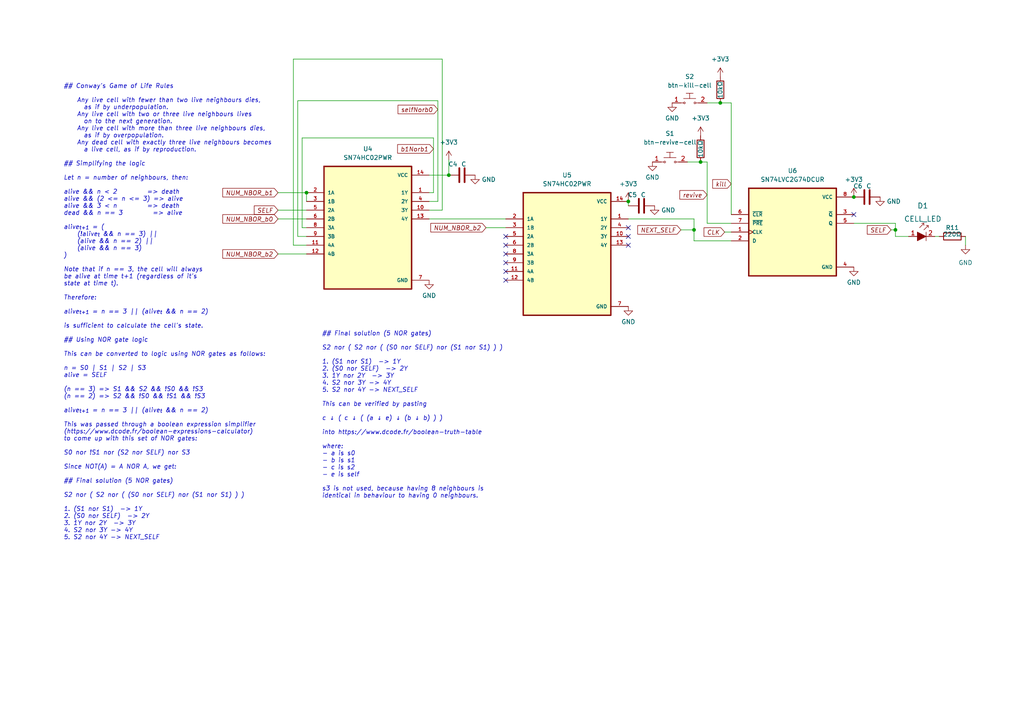
<source format=kicad_sch>
(kicad_sch (version 20211123) (generator eeschema)
  (paper "A4")
  (lib_symbols
    (symbol "Device:C" (pin_numbers hide) (pin_names (offset 0.254))
      (property "Reference" "C" (at 0.635 2.54 0))
      (property "Value" "C" (at 0.635 -2.54 0))
      (symbol "C_0_1"
        (polyline (pts (xy -2.032 -0.762) (xy 2.032 -0.762)) (stroke (width 0.508)))
        (polyline (pts (xy -2.032 0.762) (xy 2.032 0.762)) (stroke (width 0.508)))
      )
      (symbol "C_1_1"
        (pin passive line (at 0 3.81 270) (length 2.794) (name "~") (number "1"))
        (pin passive line (at 0 -3.81 90) (length 2.794) (name "~") (number "2"))
      )
    )
    (symbol "Device:R" (pin_numbers hide) (pin_names (offset 0))
      (property "Reference" "R" (at 2.032 0 90))
      (property "Value" "R" (at 0 0 90))
      (symbol "R_0_1"
        (rectangle (start -1.016 -2.54) (end 1.016 2.54) (stroke (width 0.254)))
      )
      (symbol "R_1_1"
        (pin passive line (at 0 3.81 270) (length 1.27) (name "~") (number "1"))
        (pin passive line (at 0 -3.81 90) (length 1.27) (name "~") (number "2"))
      )
    )
    (symbol "SN74HC02PWR_NOR_4CH_2-INP:SN74HC02PWR" (pin_names (offset 1.016))
      (property "Reference" "U" (at -12.7 18.78 0))
      (property "Value" "SN74HC02PWR" (at -12.7 -21.78 0))
      (symbol "SN74HC02PWR_0_0"
        (rectangle (start -12.7 -17.78) (end 12.7 17.78) (stroke (width 0.41)) (fill (type background)))
        (pin output line (at 17.78 10.16 180) (length 5.08) (name "1Y") (number "1"))
        (pin output line (at 17.78 5.08 180) (length 5.08) (name "3Y") (number "10"))
        (pin input line (at -17.78 -5.08 0) (length 5.08) (name "4A") (number "11"))
        (pin input line (at -17.78 -7.62 0) (length 5.08) (name "4B") (number "12"))
        (pin output line (at 17.78 2.54 180) (length 5.08) (name "4Y") (number "13"))
        (pin power_in line (at 17.78 15.24 180) (length 5.08) (name "VCC") (number "14"))
        (pin input line (at -17.78 10.16 0) (length 5.08) (name "1A") (number "2"))
        (pin input line (at -17.78 7.62 0) (length 5.08) (name "1B") (number "3"))
        (pin output line (at 17.78 7.62 180) (length 5.08) (name "2Y") (number "4"))
        (pin input line (at -17.78 5.08 0) (length 5.08) (name "2A") (number "5"))
        (pin input line (at -17.78 2.54 0) (length 5.08) (name "2B") (number "6"))
        (pin power_in line (at 17.78 -15.24 180) (length 5.08) (name "GND") (number "7"))
        (pin input line (at -17.78 0 0) (length 5.08) (name "3A") (number "8"))
        (pin input line (at -17.78 -2.54 0) (length 5.08) (name "3B") (number "9"))
      )
    )
    (symbol "SN74LVC2G74DCUR_d-flip-flop:SN74LVC2G74DCUR" (pin_names (offset 1.016))
      (property "Reference" "U" (at -12.7 13.7 0))
      (property "Value" "SN74LVC2G74DCUR" (at -12.7 -16.7 0))
      (symbol "SN74LVC2G74DCUR_0_0"
        (rectangle (start -12.7 -12.7) (end 12.7 12.7) (stroke (width 0.41)) (fill (type background)))
        (pin input clock (at -17.78 0 0) (length 5.08) (name "CLK") (number "1"))
        (pin input line (at -17.78 -2.54 0) (length 5.08) (name "D") (number "2"))
        (pin output line (at 17.78 5.08 180) (length 5.08) (name "~{Q}") (number "3"))
        (pin power_in line (at 17.78 -10.16 180) (length 5.08) (name "GND") (number "4"))
        (pin output line (at 17.78 2.54 180) (length 5.08) (name "Q") (number "5"))
        (pin input line (at -17.78 5.08 0) (length 5.08) (name "~{CLR}") (number "6"))
        (pin input line (at -17.78 2.54 0) (length 5.08) (name "~{PRE}") (number "7"))
        (pin power_in line (at 17.78 10.16 180) (length 5.08) (name "VCC") (number "8"))
      )
    )
    (symbol "dk_LED-Indication-Discrete:LTST-C171KRKT" (pin_names (offset 0))
      (property "Reference" "D" (at -3.81 2.54 0))
      (property "Value" "LTST-C171KRKT" (at -1.27 -3.81 0))
      (symbol "LTST-C171KRKT_0_1"
        (polyline (pts (xy -0.635 3.81) (xy -1.905 2.54)))
        (polyline (pts (xy 0 1.27) (xy 0 -1.27)))
        (polyline (pts (xy 0.635 3.175) (xy -0.635 1.905)))
        (polyline (pts (xy -1.27 3.81) (xy -0.635 3.81) (xy -0.635 3.175)))
        (polyline (pts (xy 0 3.175) (xy 0.635 3.175) (xy 0.635 2.54)))
        (polyline (pts (xy -2.54 1.27) (xy -2.54 -1.27) (xy 0 0) (xy -2.54 1.27)) (fill (type outline)))
      )
      (symbol "LTST-C171KRKT_1_1"
        (pin passive line (at -5.08 0 0) (length 2.54) (name "~") (number "1"))
        (pin passive line (at 2.54 0 180) (length 2.54) (name "~") (number "2"))
      )
    )
    (symbol "dk_Pushbutton-Switches:GPTS203211B" (pin_names (offset 1.016))
      (property "Reference" "S" (at -3.81 3.81 0))
      (property "Value" "GPTS203211B" (at 0 -2.54 0))
      (symbol "GPTS203211B_0_1"
        (circle (center -1.524 0) (radius 0.254))
        (polyline (pts (xy -2.54 0) (xy -1.778 0)))
        (polyline (pts (xy -1.778 1.27) (xy 1.778 1.27)))
        (polyline (pts (xy -1.016 2.794) (xy 1.016 2.794)))
        (polyline (pts (xy 0 1.27) (xy 0 2.794)))
        (polyline (pts (xy 2.54 0) (xy 1.778 0)))
        (circle (center 1.524 0) (radius 0.254))
      )
      (symbol "GPTS203211B_1_1"
        (pin passive line (at -5.08 0 0) (length 2.54) (name "~") (number "1"))
        (pin passive line (at 5.08 0 180) (length 2.54) (name "~") (number "2"))
      )
    )
    (symbol "power:+3.3V" (power) (pin_names (offset 0))
      (property "Value" "+3.3V" (at 0 3.556 0))
      (symbol "+3.3V_0_1"
        (polyline (pts (xy -0.762 1.27) (xy 0 2.54)))
        (polyline (pts (xy 0 0) (xy 0 2.54)))
        (polyline (pts (xy 0 2.54) (xy 0.762 1.27)))
      )
      (symbol "+3.3V_1_1"
        (pin power_in line (at 0 0 90) (length 0) hide (name "+3V3") (number "1"))
      )
    )
    (symbol "power:GND" (power) (pin_names (offset 0))
      (property "Value" "GND" (at 0 -3.81 0))
      (symbol "GND_0_1"
        (polyline (pts (xy 0 0) (xy 0 -1.27) (xy 1.27 -1.27) (xy 0 -2.54) (xy -1.27 -1.27) (xy 0 -1.27)))
      )
      (symbol "GND_1_1"
        (pin power_in line (at 0 0 270) (length 0) hide (name "GND") (number "1"))
      )
    )
  )
  (junction (at 130.175 50.8))
  (junction (at 259.715 66.675))
  (junction (at 247.65 57.15))
  (junction (at 208.915 29.845))
  (junction (at 88.9 55.88))
  (junction (at 203.2 46.99))
  (junction (at 182.245 58.42))
  (junction (at 201.295 66.675))
  (no_connect (at 182.245 71.12))
  (no_connect (at 146.685 71.12))
  (no_connect (at 182.245 68.58))
  (no_connect (at 146.685 73.66))
  (no_connect (at 182.245 66.04))
  (no_connect (at 247.65 62.23))
  (no_connect (at 146.685 68.58))
  (no_connect (at 146.685 81.28))
  (no_connect (at 146.685 76.2))
  (no_connect (at 146.685 78.74))
  (wire (pts (xy 127 29.21) (xy 127 58.42)))
  (wire (pts (xy 85.09 71.12) (xy 88.9 71.12)))
  (wire (pts (xy 127 58.42) (xy 124.46 58.42)))
  (wire (pts (xy 263.525 68.58) (xy 259.715 68.58)))
  (wire (pts (xy 258.445 66.675) (xy 259.715 66.675)))
  (wire (pts (xy 124.46 60.96) (xy 128.27 60.96)))
  (wire (pts (xy 205.105 46.99) (xy 205.105 64.77)))
  (wire (pts (xy 182.245 63.5) (xy 201.295 63.5)))
  (wire (pts (xy 87.63 40.005) (xy 87.63 66.04)))
  (wire (pts (xy 88.9 68.58) (xy 86.36 68.58)))
  (wire (pts (xy 86.36 68.58) (xy 86.36 29.21)))
  (wire (pts (xy 125.73 55.88) (xy 125.73 40.005)))
  (wire (pts (xy 212.09 64.77) (xy 205.105 64.77)))
  (wire (pts (xy 80.645 73.66) (xy 88.9 73.66)))
  (wire (pts (xy 259.715 64.77) (xy 259.715 66.675)))
  (wire (pts (xy 212.09 67.31) (xy 210.185 67.31)))
  (wire (pts (xy 247.65 64.77) (xy 259.715 64.77)))
  (wire (pts (xy 205.105 46.99) (xy 203.2 46.99)))
  (wire (pts (xy 80.645 55.88) (xy 88.9 55.88)))
  (wire (pts (xy 259.715 66.675) (xy 259.715 68.58)))
  (wire (pts (xy 201.295 66.675) (xy 201.295 69.85)))
  (wire (pts (xy 130.175 50.8) (xy 124.46 50.8)))
  (wire (pts (xy 85.09 17.145) (xy 85.09 71.12)))
  (wire (pts (xy 182.245 59.69) (xy 182.245 58.42)))
  (wire (pts (xy 80.645 60.96) (xy 88.9 60.96)))
  (wire (pts (xy 125.73 40.005) (xy 87.63 40.005)))
  (wire (pts (xy 87.63 66.04) (xy 88.9 66.04)))
  (wire (pts (xy 128.27 17.145) (xy 85.09 17.145)))
  (wire (pts (xy 128.27 60.96) (xy 128.27 17.145)))
  (wire (pts (xy 88.9 58.42) (xy 88.9 55.88)))
  (wire (pts (xy 140.97 66.04) (xy 146.685 66.04)))
  (wire (pts (xy 212.09 29.845) (xy 212.09 62.23)))
  (wire (pts (xy 280.035 71.12) (xy 280.035 68.58)))
  (wire (pts (xy 203.2 46.99) (xy 199.39 46.99)))
  (wire (pts (xy 208.915 29.845) (xy 205.105 29.845)))
  (wire (pts (xy 212.09 29.845) (xy 208.915 29.845)))
  (wire (pts (xy 201.295 63.5) (xy 201.295 66.675)))
  (wire (pts (xy 86.36 29.21) (xy 127 29.21)))
  (wire (pts (xy 130.175 46.355) (xy 130.175 50.8)))
  (wire (pts (xy 197.485 66.675) (xy 201.295 66.675)))
  (wire (pts (xy 124.46 63.5) (xy 146.685 63.5)))
  (wire (pts (xy 124.46 55.88) (xy 125.73 55.88)))
  (wire (pts (xy 201.295 69.85) (xy 212.09 69.85)))
  (wire (pts (xy 88.9 63.5) (xy 80.645 63.5)))
  (wire (pts (xy 272.415 68.58) (xy 271.145 68.58)))
  (text "## Conway's Game of Life Rules\n\n    Any live cell with fewer than two live neighbours dies, \n      as if by underpopulation.\n    Any live cell with two or three live neighbours lives\n      on to the next generation.\n    Any live cell with more than three live neighbours dies,\n      as if by overpopulation.\n    Any dead cell with exactly three live neighbours becomes\n      a live cell, as if by reproduction.\n\n## Simplifying the logic\n\nLet n = number of neighbours, then:\n\nalive && n < 2         => death\nalive && (2 <= n <= 3) => alive\nalive && 3 < n         => death\ndead && n == 3         => alive\n\nalive_{t+1} = (\n    (!alive_{t} && n == 3) || \n    (alive && n == 2) ||\n    (alive && n == 3)\n)\n\nNote that if n == 3, the cell will always\nbe alive at time t+1 (regardless of it's\nstate at time t).\n\nTherefore:\n\nalive_{t+1} = n == 3 || (alive_{t} && n == 2)\n\nis sufficient to calculate the cell's state. \n\n## Using NOR gate logic\n\nThis can be converted to logic using NOR gates as follows:\n\nn = S0 | S1 | S2 | S3\nalive = SELF\n\n(n == 3) => S1 && S2 && !S0 && !S3\n(n == 2) => S2 && !S0 && !S1 && !S3\n\nalive_{t+1} = n == 3 || (alive_{t} && n == 2)\n\nThis was passed through a boolean expression simplifier \n(https://www.dcode.fr/boolean-expressions-calculator)\nto come up with this set of NOR gates:\n\nS0 nor !S1 nor (S2 nor SELF) nor S3\n\nSince NOT(A) = A NOR A, we get:\n\n## Final solution (5 NOR gates)\n\nS2 nor ( S2 nor ( (S0 nor SELF) nor (S1 nor S1) ) )\n\n1. (S1 nor S1)  -> 1Y\n2. (S0 nor SELF)  -> 2Y\n3. 1Y nor 2Y  -> 3Y\n4. S2 nor 3Y -> 4Y\n5. S2 nor 4Y -> NEXT_SELF\n\n" (at 18.415 158.75 0) (effects (font (size 1.27 1.27) italic) (justify left bottom)))
  (text "## Final solution (5 NOR gates)\n\nS2 nor ( S2 nor ( (S0 nor SELF) nor (S1 nor S1) ) )\n\n1. (S1 nor S1)  -> 1Y\n2. (S0 nor SELF)  -> 2Y\n3. 1Y nor 2Y  -> 3Y\n4. S2 nor 3Y -> 4Y\n5. S2 nor 4Y -> NEXT_SELF\n\nThis can be verified by pasting \n\nc ↓ ( c ↓ ( (a ↓ e) ↓ (b ↓ b) ) )\n\ninto https://www.dcode.fr/boolean-truth-table\n\nwhere:\n- a is s0\n- b is s1\n- c is s2\n- e is self\n\ns3 is not used, because having 8 neighbours is\nidentical in behaviour to having 0 neighbours.\n\n" (at 93.345 146.685 0) (effects (font (size 1.27 1.27) italic) (justify left bottom)))
  (global_label "selfNorb0" (shape input) (at 127 31.75 180) (effects (font italic)) (property "Intersheet References" "${INTERSHEET_REFS}" (effects hide)))
  (global_label "NUM_NBOR_b0" (shape input) (at 80.645 63.5 180) (effects (font italic)) (property "Intersheet References" "${INTERSHEET_REFS}" (effects hide)))
  (global_label "NEXT_SELF" (shape input) (at 197.485 66.675 180) (effects (font italic)) (property "Intersheet References" "${INTERSHEET_REFS}" (effects hide)))
  (global_label "SELF" (shape input) (at 258.445 66.675 180) (effects (font italic)) (property "Intersheet References" "${INTERSHEET_REFS}" (effects hide)))
  (global_label "NUM_NBOR_b1" (shape input) (at 80.645 55.88 180) (effects (font italic)) (property "Intersheet References" "${INTERSHEET_REFS}" (effects hide)))
  (global_label "kill" (shape input) (at 212.09 53.34 180) (effects (font italic)) (property "Intersheet References" "${INTERSHEET_REFS}" (effects hide)))
  (global_label "b1Norb1" (shape input) (at 125.73 43.18 180) (effects (font italic)) (property "Intersheet References" "${INTERSHEET_REFS}" (effects hide)))
  (global_label "CLK" (shape input) (at 210.185 67.31 180) (effects (font italic)) (property "Intersheet References" "${INTERSHEET_REFS}" (effects hide)))
  (global_label "NUM_NBOR_b2" (shape input) (at 80.645 73.66 180) (effects (font italic)) (property "Intersheet References" "${INTERSHEET_REFS}" (effects hide)))
  (global_label "SELF" (shape input) (at 80.645 60.96 180) (effects (font italic)) (property "Intersheet References" "${INTERSHEET_REFS}" (effects hide)))
  (global_label "NUM_NBOR_b2" (shape input) (at 140.97 66.04 180) (effects (font italic)) (property "Intersheet References" "${INTERSHEET_REFS}" (effects hide)))
  (global_label "revive" (shape input) (at 205.105 56.515 180) (effects (font italic)) (property "Intersheet References" "${INTERSHEET_REFS}" (effects hide)))
  (symbol (lib_id "power:+3.3V") (at 208.915 22.225 0) (unit 1)
    (property "Reference" "#PWR028" (effects hide))
    (property "Value" "+3.3V" (at 208.915 17.145 0))
  )
  (symbol (lib_id "Device:C") (at 186.055 59.69 90) (unit 1)
    (property "Reference" "C5" (at 184.7849 56.515 90) (effects (justify left)))
    (property "Value" "C" (at 187.3249 56.515 90) (effects (justify left)))
    (property "Footprint" "Capacitor_SMD:C_1206_3216Metric_Pad1.33x1.80mm_HandSolder" (effects hide))
  )
  (symbol (lib_id "Device:R") (at 203.2 43.18 180) (unit 1)
    (property "Reference" "R9" (effects hide))
    (property "Value" "10kΩ" (at 203.2 40.64 90) (effects (justify left)))
    (property "Footprint" "Resistor_SMD:R_1206_3216Metric_Pad1.30x1.75mm_HandSolder" (effects hide))
  )
  (symbol (lib_id "SN74LVC2G74DCUR_d-flip-flop:SN74LVC2G74DCUR") (at 229.87 67.31 0) (unit 1)
    (property "Reference" "U6" (at 229.87 49.53 0))
    (property "Value" "SN74LVC2G74DCUR" (at 229.87 52.07 0))
    (property "Footprint" "footprints:SN74LVC2G74DCUR_d-flip-flop" (effects hide))
  )
  (symbol (lib_id "power:+3.3V") (at 203.2 39.37 0) (unit 1)
    (property "Reference" "#PWR027" (effects hide))
    (property "Value" "+3.3V" (at 203.2 34.29 0))
  )
  (symbol (lib_id "Device:C") (at 251.46 57.15 90) (unit 1)
    (property "Reference" "C6" (at 250.1899 53.975 90) (effects (justify left)))
    (property "Value" "C" (at 252.7299 53.975 90) (effects (justify left)))
    (property "Footprint" "Capacitor_SMD:C_1206_3216Metric_Pad1.33x1.80mm_HandSolder" (effects hide))
  )
  (symbol (lib_id "power:+3.3V") (at 130.175 46.355 0) (unit 1)
    (property "Reference" "#PWR019" (effects hide))
    (property "Value" "+3.3V" (at 130.175 41.275 0))
  )
  (symbol (lib_id "dk_Pushbutton-Switches:GPTS203211B") (at 200.025 29.845 0) (unit 1)
    (property "Reference" "S2" (at 200.025 22.225 0))
    (property "Value" "btn-kill-cell" (at 200.025 24.765 0))
    (property "Footprint" "footprints:SW_1825910-6-btn" (effects hide))
    (property "Datasheet" "http://switches-connectors-custom.cwind.com/Asset/GPTS203211BR2.pdf" (effects hide))
    (property "Digi-Key_PN" "CW181-ND" (effects hide))
    (property "MPN" "GPTS203211B" (effects hide))
    (property "Category" "Switches" (effects hide))
    (property "Family" "Pushbutton Switches" (effects hide))
    (property "DK_Datasheet_Link" "http://switches-connectors-custom.cwind.com/Asset/GPTS203211BR2.pdf" (effects hide))
    (property "DK_Detail_Page" "/product-detail/en/cw-industries/GPTS203211B/CW181-ND/3190590" (effects hide))
    (property "Description" "SWITCH PUSHBUTTON SPST 1A 30V" (effects hide))
    (property "Manufacturer" "CW Industries" (effects hide))
    (property "Status" "Active" (effects hide))
  )
  (symbol (lib_id "dk_Pushbutton-Switches:GPTS203211B") (at 194.31 46.99 0) (unit 1)
    (property "Reference" "S1" (at 194.31 38.735 0))
    (property "Value" "btn-revive-cell" (at 194.31 41.275 0))
    (property "Footprint" "footprints:SW_1825910-6-btn" (effects hide))
    (property "Datasheet" "http://switches-connectors-custom.cwind.com/Asset/GPTS203211BR2.pdf" (effects hide))
    (property "Digi-Key_PN" "CW181-ND" (effects hide))
    (property "MPN" "GPTS203211B" (effects hide))
    (property "Category" "Switches" (effects hide))
    (property "Family" "Pushbutton Switches" (effects hide))
    (property "DK_Datasheet_Link" "http://switches-connectors-custom.cwind.com/Asset/GPTS203211BR2.pdf" (effects hide))
    (property "DK_Detail_Page" "/product-detail/en/cw-industries/GPTS203211B/CW181-ND/3190590" (effects hide))
    (property "Description" "SWITCH PUSHBUTTON SPST 1A 30V" (effects hide))
    (property "Manufacturer" "CW Industries" (effects hide))
    (property "Status" "Active" (effects hide))
  )
  (symbol (lib_id "power:GND") (at 247.65 77.47 0) (unit 1)
    (property "Reference" "#PWR030" (effects hide))
    (property "Value" "GND" (at 247.65 81.915 0))
  )
  (symbol (lib_id "power:GND") (at 137.795 50.8 0) (unit 1)
    (property "Reference" "#PWR020" (effects hide))
    (property "Value" "GND" (at 139.7 52.0699 0) (effects (justify left)))
  )
  (symbol (lib_id "power:GND") (at 189.23 46.99 0) (unit 1)
    (property "Reference" "#PWR023" (effects hide))
    (property "Value" "GND" (at 189.23 51.435 0))
  )
  (symbol (lib_id "SN74HC02PWR_NOR_4CH_2-INP:SN74HC02PWR") (at 164.465 73.66 0) (unit 1)
    (property "Reference" "U5" (at 164.465 50.8 0))
    (property "Value" "SN74HC02PWR" (at 164.465 53.34 0))
    (property "Footprint" "footprints:SN74HC02PWR_NOR_4CH_2-INP" (effects hide))
  )
  (symbol (lib_id "power:+3.3V") (at 182.245 58.42 0) (unit 1)
    (property "Reference" "#PWR021" (effects hide))
    (property "Value" "+3.3V" (at 182.245 53.34 0))
  )
  (symbol (lib_id "Device:C") (at 133.985 50.8 90) (unit 1)
    (property "Reference" "C4" (at 132.7149 47.625 90) (effects (justify left)))
    (property "Value" "C" (at 135.2549 47.625 90) (effects (justify left)))
    (property "Footprint" "Capacitor_SMD:C_1206_3216Metric_Pad1.33x1.80mm_HandSolder" (effects hide))
  )
  (symbol (lib_id "Device:R") (at 208.915 26.035 180) (unit 1)
    (property "Reference" "R10" (effects hide))
    (property "Value" "10kΩ" (at 208.915 23.495 90) (effects (justify left)))
    (property "Footprint" "Resistor_SMD:R_1206_3216Metric_Pad1.30x1.75mm_HandSolder" (effects hide))
  )
  (symbol (lib_id "Device:R") (at 276.225 68.58 270) (unit 1)
    (property "Reference" "R11" (at 276.225 66.04 90))
    (property "Value" "220Ω" (at 276.225 67.945 90))
    (property "Footprint" "Resistor_SMD:R_1206_3216Metric_Pad1.30x1.75mm_HandSolder" (effects hide))
  )
  (symbol (lib_id "dk_LED-Indication-Discrete:LTST-C171KRKT") (at 268.605 68.58 0) (unit 1)
    (property "Reference" "D1" (at 267.6525 59.69 0) (effects (font (size 1.524 1.524))))
    (property "Value" "CELL_LED" (at 267.6525 63.5 0) (effects (font (size 1.524 1.524))))
    (property "Footprint" "digikey-footprints:1206" (effects hide))
    (property "Datasheet" "http://optoelectronics.liteon.com/upload/download/DS22-2000-109/LTST-C171KRKT.pdf" (effects hide))
    (property "Digi-Key_PN" "160-1427-1-ND" (effects hide))
    (property "MPN" "LTST-C171KRKT" (effects hide))
    (property "Category" "Optoelectronics" (effects hide))
    (property "Family" "LED Indication - Discrete" (effects hide))
    (property "DK_Datasheet_Link" "http://optoelectronics.liteon.com/upload/download/DS22-2000-109/LTST-C171KRKT.pdf" (effects hide))
    (property "DK_Detail_Page" "/product-detail/en/lite-on-inc/LTST-C171KRKT/160-1427-1-ND/386800" (effects hide))
    (property "Description" "LED RED CLEAR SMD" (effects hide))
    (property "Manufacturer" "Lite-On Inc." (effects hide))
    (property "Status" "Active" (effects hide))
  )
  (symbol (lib_id "SN74HC02PWR_NOR_4CH_2-INP:SN74HC02PWR") (at 106.68 66.04 0) (unit 1)
    (property "Reference" "U4" (at 106.68 43.18 0))
    (property "Value" "SN74HC02PWR" (at 106.68 45.72 0))
    (property "Footprint" "footprints:SN74HC02PWR_NOR_4CH_2-INP" (effects hide))
  )
  (symbol (lib_id "power:GND") (at 280.035 71.12 0) (unit 1)
    (property "Reference" "#PWR032" (effects hide))
    (property "Value" "GND" (at 280.035 76.2 0))
  )
  (symbol (lib_id "power:GND") (at 189.865 59.69 0) (unit 1)
    (property "Reference" "#PWR024" (effects hide))
    (property "Value" "GND" (at 191.77 60.9599 0) (effects (justify left)))
  )
  (symbol (lib_id "power:GND") (at 182.245 88.9 0) (unit 1)
    (property "Reference" "#PWR022" (effects hide))
    (property "Value" "GND" (at 182.245 93.345 0))
  )
  (symbol (lib_id "power:GND") (at 255.27 57.15 0) (unit 1)
    (property "Reference" "#PWR031" (effects hide))
    (property "Value" "GND" (at 257.175 58.4199 0) (effects (justify left)))
  )
  (symbol (lib_id "power:GND") (at 194.945 29.845 0) (unit 1)
    (property "Reference" "#PWR025" (effects hide))
    (property "Value" "GND" (at 194.945 34.29 0))
  )
  (symbol (lib_id "power:GND") (at 124.46 81.28 0) (unit 1)
    (property "Reference" "#PWR018" (effects hide))
    (property "Value" "GND" (at 124.46 85.725 0))
  )
  (symbol (lib_id "power:+3.3V") (at 247.65 57.15 0) (unit 1)
    (property "Reference" "#PWR029" (effects hide))
    (property "Value" "+3.3V" (at 247.65 52.07 0))
  )
)
</source>
